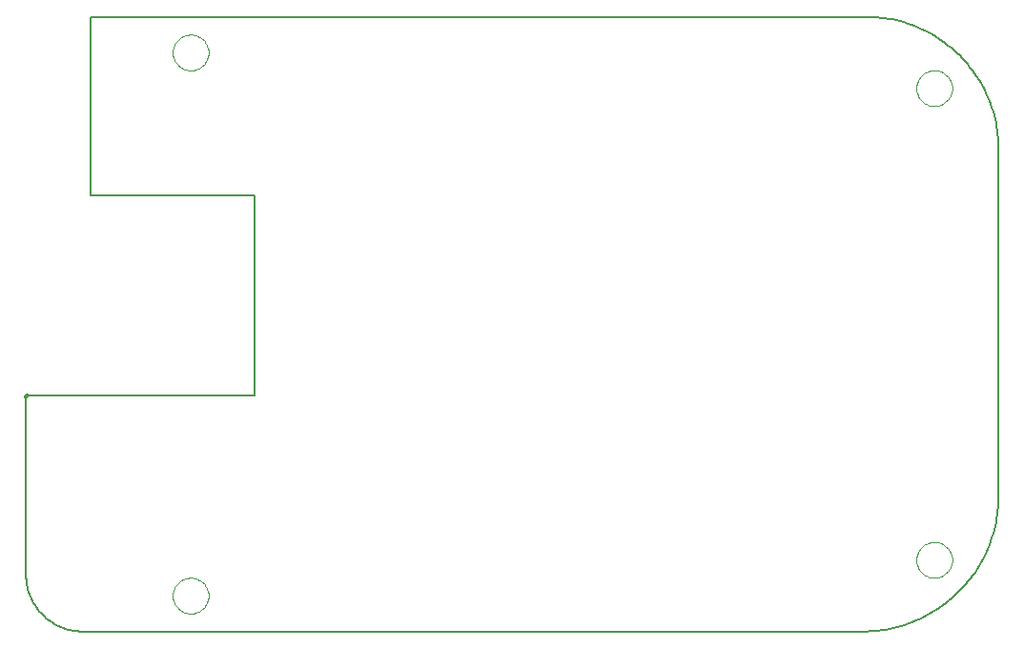
<source format=gko>
G75*
%MOIN*%
%OFA0B0*%
%FSLAX24Y24*%
%IPPOS*%
%LPD*%
%AMOC8*
5,1,8,0,0,1.08239X$1,22.5*
%
%ADD10C,0.0120*%
%ADD11C,0.0080*%
%ADD12C,0.0000*%
D10*
X003450Y008700D02*
X003452Y008713D01*
X003457Y008725D01*
X003465Y008735D01*
X003475Y008743D01*
X003487Y008748D01*
X003500Y008750D01*
D11*
X003450Y008750D02*
X003450Y002469D01*
X003452Y002383D01*
X003457Y002297D01*
X003467Y002212D01*
X003480Y002127D01*
X003497Y002043D01*
X003517Y001959D01*
X003541Y001877D01*
X003569Y001796D01*
X003600Y001715D01*
X003634Y001637D01*
X003672Y001560D01*
X003714Y001485D01*
X003758Y001411D01*
X003806Y001340D01*
X003857Y001270D01*
X003911Y001203D01*
X003967Y001139D01*
X004027Y001077D01*
X004089Y001017D01*
X004153Y000961D01*
X004220Y000907D01*
X004290Y000856D01*
X004361Y000808D01*
X004434Y000764D01*
X004510Y000722D01*
X004587Y000684D01*
X004665Y000650D01*
X004746Y000619D01*
X004827Y000591D01*
X004909Y000567D01*
X004993Y000547D01*
X005077Y000530D01*
X005162Y000517D01*
X005247Y000507D01*
X005333Y000502D01*
X005419Y000500D01*
X032700Y000500D01*
X032836Y000502D01*
X032971Y000508D01*
X033106Y000517D01*
X033241Y000531D01*
X033376Y000548D01*
X033510Y000570D01*
X033643Y000595D01*
X033776Y000623D01*
X033908Y000656D01*
X034038Y000692D01*
X034168Y000732D01*
X034296Y000776D01*
X034423Y000824D01*
X034549Y000875D01*
X034673Y000929D01*
X034796Y000987D01*
X034917Y001049D01*
X035036Y001114D01*
X035153Y001182D01*
X035268Y001254D01*
X035381Y001329D01*
X035492Y001407D01*
X035601Y001488D01*
X035707Y001573D01*
X035811Y001660D01*
X035912Y001750D01*
X036010Y001844D01*
X036106Y001940D01*
X036200Y002038D01*
X036290Y002139D01*
X036377Y002243D01*
X036462Y002349D01*
X036543Y002458D01*
X036621Y002569D01*
X036696Y002682D01*
X036768Y002797D01*
X036836Y002914D01*
X036901Y003033D01*
X036963Y003154D01*
X037021Y003277D01*
X037075Y003401D01*
X037126Y003527D01*
X037174Y003654D01*
X037218Y003782D01*
X037258Y003912D01*
X037294Y004042D01*
X037327Y004174D01*
X037355Y004307D01*
X037380Y004440D01*
X037402Y004574D01*
X037419Y004709D01*
X037433Y004844D01*
X037442Y004979D01*
X037448Y005114D01*
X037450Y005250D01*
X037450Y017350D01*
X037448Y017485D01*
X037442Y017620D01*
X037432Y017755D01*
X037419Y017890D01*
X037401Y018024D01*
X037379Y018157D01*
X037354Y018290D01*
X037325Y018422D01*
X037292Y018554D01*
X037255Y018684D01*
X037214Y018813D01*
X037170Y018940D01*
X037121Y019067D01*
X037070Y019192D01*
X037014Y019315D01*
X036955Y019437D01*
X036893Y019557D01*
X036827Y019675D01*
X036758Y019791D01*
X036685Y019905D01*
X036609Y020017D01*
X036530Y020127D01*
X036448Y020234D01*
X036362Y020339D01*
X036274Y020441D01*
X036182Y020541D01*
X036088Y020638D01*
X035991Y020732D01*
X035891Y020824D01*
X035789Y020912D01*
X035684Y020998D01*
X035577Y021080D01*
X035467Y021159D01*
X035355Y021235D01*
X035241Y021308D01*
X035125Y021377D01*
X035007Y021443D01*
X034887Y021505D01*
X034765Y021564D01*
X034642Y021620D01*
X034517Y021671D01*
X034390Y021720D01*
X034263Y021764D01*
X034134Y021805D01*
X034004Y021842D01*
X033872Y021875D01*
X033740Y021904D01*
X033607Y021929D01*
X033474Y021951D01*
X033340Y021969D01*
X033205Y021982D01*
X033070Y021992D01*
X032935Y021998D01*
X032800Y022000D01*
X005700Y022000D01*
X005700Y015750D01*
X011450Y015750D01*
X011450Y008750D01*
X003500Y008750D01*
D12*
X008575Y001750D02*
X008577Y001800D01*
X008583Y001849D01*
X008593Y001898D01*
X008606Y001945D01*
X008624Y001992D01*
X008645Y002037D01*
X008669Y002080D01*
X008697Y002121D01*
X008728Y002160D01*
X008762Y002196D01*
X008799Y002230D01*
X008839Y002260D01*
X008880Y002287D01*
X008924Y002311D01*
X008969Y002331D01*
X009016Y002347D01*
X009064Y002360D01*
X009113Y002369D01*
X009163Y002374D01*
X009212Y002375D01*
X009262Y002372D01*
X009311Y002365D01*
X009360Y002354D01*
X009407Y002340D01*
X009453Y002321D01*
X009498Y002299D01*
X009541Y002274D01*
X009581Y002245D01*
X009619Y002213D01*
X009655Y002179D01*
X009688Y002141D01*
X009717Y002101D01*
X009743Y002059D01*
X009766Y002015D01*
X009785Y001969D01*
X009801Y001922D01*
X009813Y001873D01*
X009821Y001824D01*
X009825Y001775D01*
X009825Y001725D01*
X009821Y001676D01*
X009813Y001627D01*
X009801Y001578D01*
X009785Y001531D01*
X009766Y001485D01*
X009743Y001441D01*
X009717Y001399D01*
X009688Y001359D01*
X009655Y001321D01*
X009619Y001287D01*
X009581Y001255D01*
X009541Y001226D01*
X009498Y001201D01*
X009453Y001179D01*
X009407Y001160D01*
X009360Y001146D01*
X009311Y001135D01*
X009262Y001128D01*
X009212Y001125D01*
X009163Y001126D01*
X009113Y001131D01*
X009064Y001140D01*
X009016Y001153D01*
X008969Y001169D01*
X008924Y001189D01*
X008880Y001213D01*
X008839Y001240D01*
X008799Y001270D01*
X008762Y001304D01*
X008728Y001340D01*
X008697Y001379D01*
X008669Y001420D01*
X008645Y001463D01*
X008624Y001508D01*
X008606Y001555D01*
X008593Y001602D01*
X008583Y001651D01*
X008577Y001700D01*
X008575Y001750D01*
X034575Y003000D02*
X034577Y003050D01*
X034583Y003099D01*
X034593Y003148D01*
X034606Y003195D01*
X034624Y003242D01*
X034645Y003287D01*
X034669Y003330D01*
X034697Y003371D01*
X034728Y003410D01*
X034762Y003446D01*
X034799Y003480D01*
X034839Y003510D01*
X034880Y003537D01*
X034924Y003561D01*
X034969Y003581D01*
X035016Y003597D01*
X035064Y003610D01*
X035113Y003619D01*
X035163Y003624D01*
X035212Y003625D01*
X035262Y003622D01*
X035311Y003615D01*
X035360Y003604D01*
X035407Y003590D01*
X035453Y003571D01*
X035498Y003549D01*
X035541Y003524D01*
X035581Y003495D01*
X035619Y003463D01*
X035655Y003429D01*
X035688Y003391D01*
X035717Y003351D01*
X035743Y003309D01*
X035766Y003265D01*
X035785Y003219D01*
X035801Y003172D01*
X035813Y003123D01*
X035821Y003074D01*
X035825Y003025D01*
X035825Y002975D01*
X035821Y002926D01*
X035813Y002877D01*
X035801Y002828D01*
X035785Y002781D01*
X035766Y002735D01*
X035743Y002691D01*
X035717Y002649D01*
X035688Y002609D01*
X035655Y002571D01*
X035619Y002537D01*
X035581Y002505D01*
X035541Y002476D01*
X035498Y002451D01*
X035453Y002429D01*
X035407Y002410D01*
X035360Y002396D01*
X035311Y002385D01*
X035262Y002378D01*
X035212Y002375D01*
X035163Y002376D01*
X035113Y002381D01*
X035064Y002390D01*
X035016Y002403D01*
X034969Y002419D01*
X034924Y002439D01*
X034880Y002463D01*
X034839Y002490D01*
X034799Y002520D01*
X034762Y002554D01*
X034728Y002590D01*
X034697Y002629D01*
X034669Y002670D01*
X034645Y002713D01*
X034624Y002758D01*
X034606Y002805D01*
X034593Y002852D01*
X034583Y002901D01*
X034577Y002950D01*
X034575Y003000D01*
X034575Y019500D02*
X034577Y019550D01*
X034583Y019599D01*
X034593Y019648D01*
X034606Y019695D01*
X034624Y019742D01*
X034645Y019787D01*
X034669Y019830D01*
X034697Y019871D01*
X034728Y019910D01*
X034762Y019946D01*
X034799Y019980D01*
X034839Y020010D01*
X034880Y020037D01*
X034924Y020061D01*
X034969Y020081D01*
X035016Y020097D01*
X035064Y020110D01*
X035113Y020119D01*
X035163Y020124D01*
X035212Y020125D01*
X035262Y020122D01*
X035311Y020115D01*
X035360Y020104D01*
X035407Y020090D01*
X035453Y020071D01*
X035498Y020049D01*
X035541Y020024D01*
X035581Y019995D01*
X035619Y019963D01*
X035655Y019929D01*
X035688Y019891D01*
X035717Y019851D01*
X035743Y019809D01*
X035766Y019765D01*
X035785Y019719D01*
X035801Y019672D01*
X035813Y019623D01*
X035821Y019574D01*
X035825Y019525D01*
X035825Y019475D01*
X035821Y019426D01*
X035813Y019377D01*
X035801Y019328D01*
X035785Y019281D01*
X035766Y019235D01*
X035743Y019191D01*
X035717Y019149D01*
X035688Y019109D01*
X035655Y019071D01*
X035619Y019037D01*
X035581Y019005D01*
X035541Y018976D01*
X035498Y018951D01*
X035453Y018929D01*
X035407Y018910D01*
X035360Y018896D01*
X035311Y018885D01*
X035262Y018878D01*
X035212Y018875D01*
X035163Y018876D01*
X035113Y018881D01*
X035064Y018890D01*
X035016Y018903D01*
X034969Y018919D01*
X034924Y018939D01*
X034880Y018963D01*
X034839Y018990D01*
X034799Y019020D01*
X034762Y019054D01*
X034728Y019090D01*
X034697Y019129D01*
X034669Y019170D01*
X034645Y019213D01*
X034624Y019258D01*
X034606Y019305D01*
X034593Y019352D01*
X034583Y019401D01*
X034577Y019450D01*
X034575Y019500D01*
X008575Y020750D02*
X008577Y020800D01*
X008583Y020849D01*
X008593Y020898D01*
X008606Y020945D01*
X008624Y020992D01*
X008645Y021037D01*
X008669Y021080D01*
X008697Y021121D01*
X008728Y021160D01*
X008762Y021196D01*
X008799Y021230D01*
X008839Y021260D01*
X008880Y021287D01*
X008924Y021311D01*
X008969Y021331D01*
X009016Y021347D01*
X009064Y021360D01*
X009113Y021369D01*
X009163Y021374D01*
X009212Y021375D01*
X009262Y021372D01*
X009311Y021365D01*
X009360Y021354D01*
X009407Y021340D01*
X009453Y021321D01*
X009498Y021299D01*
X009541Y021274D01*
X009581Y021245D01*
X009619Y021213D01*
X009655Y021179D01*
X009688Y021141D01*
X009717Y021101D01*
X009743Y021059D01*
X009766Y021015D01*
X009785Y020969D01*
X009801Y020922D01*
X009813Y020873D01*
X009821Y020824D01*
X009825Y020775D01*
X009825Y020725D01*
X009821Y020676D01*
X009813Y020627D01*
X009801Y020578D01*
X009785Y020531D01*
X009766Y020485D01*
X009743Y020441D01*
X009717Y020399D01*
X009688Y020359D01*
X009655Y020321D01*
X009619Y020287D01*
X009581Y020255D01*
X009541Y020226D01*
X009498Y020201D01*
X009453Y020179D01*
X009407Y020160D01*
X009360Y020146D01*
X009311Y020135D01*
X009262Y020128D01*
X009212Y020125D01*
X009163Y020126D01*
X009113Y020131D01*
X009064Y020140D01*
X009016Y020153D01*
X008969Y020169D01*
X008924Y020189D01*
X008880Y020213D01*
X008839Y020240D01*
X008799Y020270D01*
X008762Y020304D01*
X008728Y020340D01*
X008697Y020379D01*
X008669Y020420D01*
X008645Y020463D01*
X008624Y020508D01*
X008606Y020555D01*
X008593Y020602D01*
X008583Y020651D01*
X008577Y020700D01*
X008575Y020750D01*
M02*

</source>
